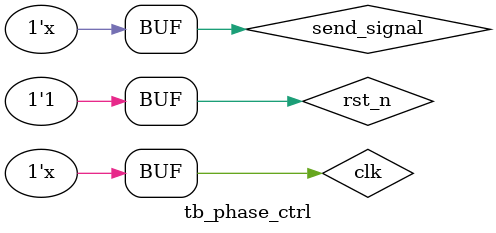
<source format=v>
`timescale 1ns / 1ns

module tb_phase_ctrl();
reg clk, rst_n;
reg send_signal;
wire gen_en, phase_ctrl;
wire ram_clk;
wire [7:0] ram_rd_data;
wire ram_en;
wire [7:0] ram_addr;
wire ram_we;
wire [7:0] ram_wr_data;
wire ram_rst;
initial begin
    clk=1;
    rst_n=0;
    send_signal=0;
    #10
    rst_n=1;
    send_signal=1;
end

always begin 
 #5  // 100MHz
 clk=~clk;
end

always begin 
 #62500000  // 100MHz
 send_signal=~send_signal;
end

Phase_Ctrl uut(
    .clk        (clk),
    .rst_n      (rst_n),
    .send_signal(send_signal),
    .gen_en     (gen_en),
    .phase_ctrl (phase_ctrl),
    .ram_clk    (ram_clk),
    .ram_rd_data(ram_rd_data),
    .ram_en     (ram_en),
    .ram_addr   (ram_addr),
    .ram_we     (ram_we),
    .ram_wr_data(ram_wr_data),
    .ram_rst    (ram_rst)
);

blk_mem_gen_0 your_instance_name (
  .clkb(ram_clk),    // input wire clkb
  .enb(ram_en),      // input wire enb
  .web(ram_we),      // input wire [0 : 0] web
  .addrb(ram_addr),  // input wire [7 : 0] addrb
  .dinb(ram_wr_data),    // input wire [7 : 0] dinb
  .doutb(ram_rd_data)  // output wire [7 : 0] doutb
);
endmodule
</source>
